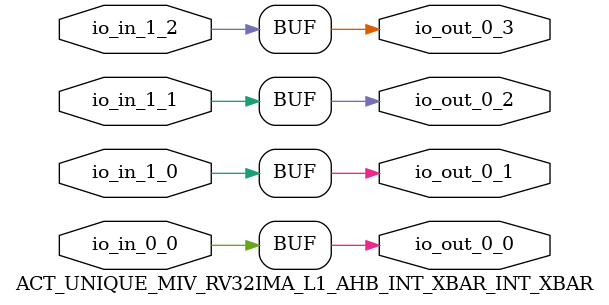
<source format=v>
`define RANDOMIZE
`timescale 1ns/10ps
module ACT_UNIQUE_MIV_RV32IMA_L1_AHB_INT_XBAR_INT_XBAR(
  input   io_in_1_0,
  input   io_in_1_1,
  input   io_in_1_2,
  input   io_in_0_0,
  output  io_out_0_0,
  output  io_out_0_1,
  output  io_out_0_2,
  output  io_out_0_3
);
  assign io_out_0_0 = io_in_0_0;
  assign io_out_0_1 = io_in_1_0;
  assign io_out_0_2 = io_in_1_1;
  assign io_out_0_3 = io_in_1_2;
endmodule

</source>
